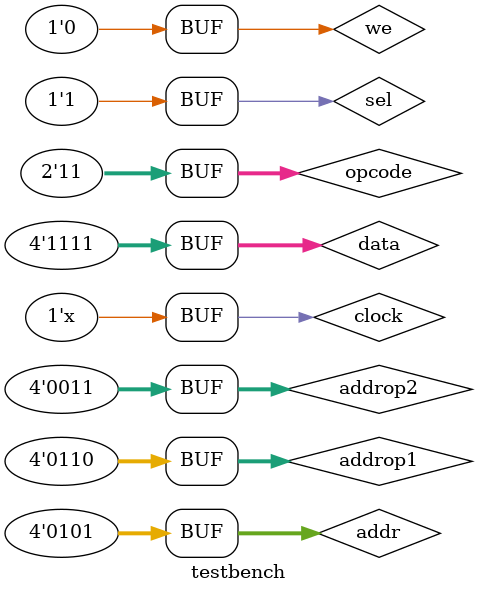
<source format=v>
`timescale 1ns/1ps

module testbench();
	reg[3:0] addr;
	reg[3:0] addrop1;
	reg[3:0] addrop2;
	reg[3:0] data;
	reg clock;
	reg we;
	reg sel;
	reg[1:0] opcode;
	wire[4:0] out;
	
	TOPt DUT1(.clock(clock),.addr(addr),.addrop1(addrop1),.addrop2(addrop2),.data(data),.we(we),.opcode(opcode),.sel(sel),.out(out));
	
	initial begin
		clock <= 1;
		repeat (33) 
			#21 clock <= !clock;
	end
	
	initial begin
		we = 0;
		sel = 0;
		#42;
		addr = 0;
		data = 10;
		we = 1;
		sel = 0;
		#42;
		addr = 1;
		data = 12;
		we = 1;
		sel = 0;
		#42;
		addr = 2;
		data = 5;
		we = 1;
		sel = 0;
		#42;
		addr = 3;
		data = 6;
		we = 1;
		sel = 0;
		#42;
		addr = 4;
		data = 14;
		we = 1;
		sel = 0;
		#42;
		addr = 5;
		data = 20;
		we = 1;
		sel = 0;
		#42;
		addr = 6;
		data = 15;
		we = 0;
		sel = 0;
		#42;
		addr = 6;
		data = 15;
		we = 0;
		sel = 0;
		addrop1 = 0;
		addrop2 = 4;
		opcode = 0;
		#42;
		addr = 6;
		data = 15;
		we = 0;
		sel = 0;
		addrop1 = 2;
		addrop2 = 2;
		opcode = 1;
		#42;
		addr = 6;
		data = 15;
		we = 0;
		sel = 0;
		addrop1 = 4;
		addrop2 = 1;
		opcode = 2;
		#42;
		addr = 6;
		data = 15;
		we = 0;
		sel = 0;
		addrop1 = 1;
		addrop2 = 5;
		opcode = 3;
		#42;
		addr = 6;
		data = 15;
		we = 0;
		sel = 1;
		addrop1 = 0;
		addrop2 = 2;
		opcode = 3;
		#42;
		addr = 3;
		data = 15;
		we = 0;
		sel = 1;
		addrop1 = 6;
		addrop2 = 3;
		opcode = 3;
		#42;
		addr = 2;
		data = 15;
		we = 0;
		sel = 1;
		addrop1 = 6;
		addrop2 = 3;
		opcode = 3;
		#42;
		addr = 3;
		data = 15;
		we = 0;
		sel = 1;
		addrop1 = 6;
		addrop2 = 3;
		opcode = 3;
		#42;
		addr = 4;
		data = 15;
		we = 0;
		sel = 1;
		addrop1 = 6;
		addrop2 = 3;
		opcode = 3;
		#42;
		addr = 5;
		data = 15;
		we = 0;
		sel = 1;
		addrop1 = 6;
		addrop2 = 3;
		opcode = 3;
		#42;
	end
endmodule
</source>
